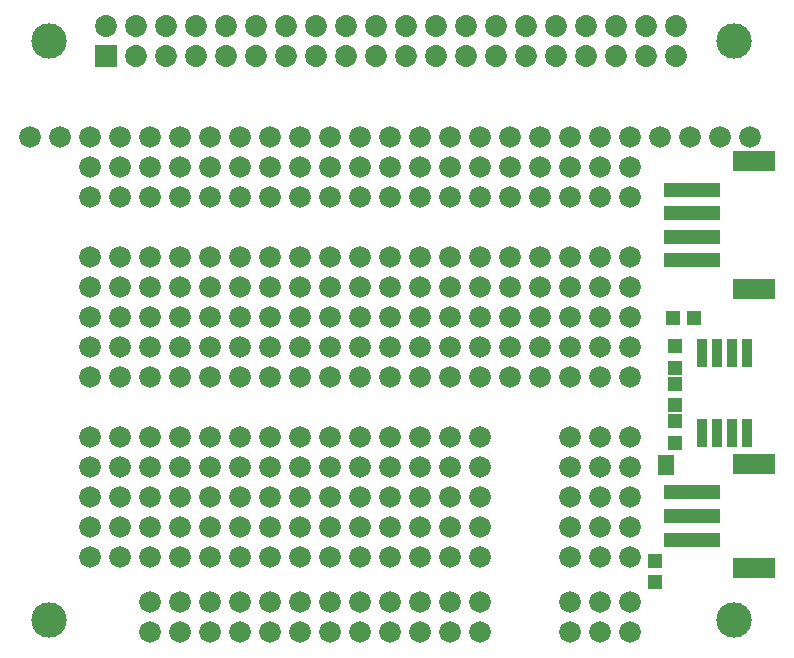
<source format=gts>
G75*
%MOIN*%
%OFA0B0*%
%FSLAX24Y24*%
%IPPOS*%
%LPD*%
%AMOC8*
5,1,8,0,0,1.08239X$1,22.5*
%
%ADD10C,0.1182*%
%ADD11C,0.0730*%
%ADD12R,0.0730X0.0730*%
%ADD13R,0.0320X0.0950*%
%ADD14R,0.0474X0.0513*%
%ADD15R,0.0513X0.0474*%
%ADD16C,0.0720*%
%ADD17R,0.1891X0.0474*%
%ADD18R,0.1419X0.0710*%
%ADD19R,0.0580X0.0330*%
D10*
X001528Y001528D03*
X001528Y020819D03*
X024363Y020819D03*
X024363Y001528D03*
D11*
X022445Y020319D03*
X021445Y020319D03*
X020445Y020319D03*
X019445Y020319D03*
X018445Y020319D03*
X017445Y020319D03*
X016445Y020319D03*
X015445Y020319D03*
X014445Y020319D03*
X013445Y020319D03*
X012445Y020319D03*
X011445Y020319D03*
X010445Y020319D03*
X009445Y020319D03*
X008445Y020319D03*
X007445Y020319D03*
X006445Y020319D03*
X005445Y020319D03*
X004445Y020319D03*
X004445Y021319D03*
X003445Y021319D03*
X005445Y021319D03*
X006445Y021319D03*
X007445Y021319D03*
X008445Y021319D03*
X009445Y021319D03*
X010445Y021319D03*
X011445Y021319D03*
X012445Y021319D03*
X013445Y021319D03*
X014445Y021319D03*
X015445Y021319D03*
X016445Y021319D03*
X017445Y021319D03*
X018445Y021319D03*
X019445Y021319D03*
X020445Y021319D03*
X021445Y021319D03*
X022445Y021319D03*
D12*
X003445Y020319D03*
D13*
X023319Y010425D03*
X023819Y010425D03*
X024319Y010425D03*
X024819Y010425D03*
X024819Y007775D03*
X024319Y007775D03*
X023819Y007775D03*
X023319Y007775D03*
D14*
X022400Y007446D03*
X022400Y008154D03*
X022400Y008696D03*
X022400Y009404D03*
X022400Y009946D03*
X022400Y010654D03*
X021750Y003504D03*
X021750Y002796D03*
D15*
X022346Y011600D03*
X023054Y011600D03*
D16*
X020900Y011650D03*
X020900Y012650D03*
X019900Y012650D03*
X019900Y011650D03*
X018900Y011650D03*
X017900Y011650D03*
X017900Y012650D03*
X018900Y012650D03*
X018900Y013650D03*
X017900Y013650D03*
X016900Y013650D03*
X015900Y013650D03*
X014900Y013650D03*
X013900Y013650D03*
X012900Y013650D03*
X011900Y013650D03*
X010900Y013650D03*
X009900Y013650D03*
X008900Y013650D03*
X007900Y013650D03*
X006900Y013650D03*
X005900Y013650D03*
X004900Y013650D03*
X003900Y013650D03*
X002900Y013650D03*
X002900Y012650D03*
X002900Y011650D03*
X003900Y011650D03*
X004900Y011650D03*
X004900Y012650D03*
X003900Y012650D03*
X005900Y012650D03*
X005900Y011650D03*
X006900Y011650D03*
X006900Y012650D03*
X007900Y012650D03*
X007900Y011650D03*
X008900Y011650D03*
X008900Y012650D03*
X009900Y012650D03*
X009900Y011650D03*
X010900Y011650D03*
X011900Y011650D03*
X011900Y012650D03*
X010900Y012650D03*
X012900Y012650D03*
X012900Y011650D03*
X013900Y011650D03*
X013900Y012650D03*
X014900Y012650D03*
X014900Y011650D03*
X015900Y011650D03*
X015900Y012650D03*
X016900Y012650D03*
X016900Y011650D03*
X016900Y010650D03*
X016900Y009650D03*
X015900Y009650D03*
X015900Y010650D03*
X014900Y010650D03*
X014900Y009650D03*
X013900Y009650D03*
X013900Y010650D03*
X012900Y010650D03*
X012900Y009650D03*
X011900Y009650D03*
X010900Y009650D03*
X010900Y010650D03*
X011900Y010650D03*
X009900Y010650D03*
X009900Y009650D03*
X008900Y009650D03*
X008900Y010650D03*
X007900Y010650D03*
X007900Y009650D03*
X006900Y009650D03*
X006900Y010650D03*
X005900Y010650D03*
X005900Y009650D03*
X004900Y009650D03*
X003900Y009650D03*
X003900Y010650D03*
X004900Y010650D03*
X002900Y010650D03*
X002900Y009650D03*
X002900Y007650D03*
X003900Y007650D03*
X004900Y007650D03*
X005900Y007650D03*
X006900Y007650D03*
X007900Y007650D03*
X008900Y007650D03*
X009900Y007650D03*
X010900Y007650D03*
X011900Y007650D03*
X012900Y007650D03*
X013900Y007650D03*
X014900Y007650D03*
X015900Y007650D03*
X015900Y006650D03*
X015900Y005650D03*
X014900Y005650D03*
X014900Y006650D03*
X013900Y006650D03*
X013900Y005650D03*
X012900Y005650D03*
X012900Y006650D03*
X011900Y006650D03*
X010900Y006650D03*
X010900Y005650D03*
X011900Y005650D03*
X011900Y004650D03*
X010900Y004650D03*
X010900Y003650D03*
X011900Y003650D03*
X012900Y003650D03*
X012900Y004650D03*
X013900Y004650D03*
X013900Y003650D03*
X014900Y003650D03*
X014900Y004650D03*
X015900Y004650D03*
X015900Y003650D03*
X015900Y002150D03*
X015900Y001150D03*
X014900Y001150D03*
X014900Y002150D03*
X013900Y002150D03*
X013900Y001150D03*
X012900Y001150D03*
X012900Y002150D03*
X011900Y002150D03*
X010900Y002150D03*
X010900Y001150D03*
X011900Y001150D03*
X009900Y001150D03*
X009900Y002150D03*
X008900Y002150D03*
X008900Y001150D03*
X007900Y001150D03*
X007900Y002150D03*
X006900Y002150D03*
X006900Y001150D03*
X005900Y001150D03*
X005900Y002150D03*
X004900Y002150D03*
X004900Y001150D03*
X004900Y003650D03*
X003900Y003650D03*
X003900Y004650D03*
X004900Y004650D03*
X005900Y004650D03*
X005900Y003650D03*
X006900Y003650D03*
X006900Y004650D03*
X007900Y004650D03*
X007900Y003650D03*
X008900Y003650D03*
X008900Y004650D03*
X009900Y004650D03*
X009900Y003650D03*
X009900Y005650D03*
X009900Y006650D03*
X008900Y006650D03*
X008900Y005650D03*
X007900Y005650D03*
X007900Y006650D03*
X006900Y006650D03*
X006900Y005650D03*
X005900Y005650D03*
X005900Y006650D03*
X004900Y006650D03*
X003900Y006650D03*
X003900Y005650D03*
X004900Y005650D03*
X002900Y005650D03*
X002900Y006650D03*
X002900Y004650D03*
X002900Y003650D03*
X002900Y015650D03*
X002900Y016650D03*
X002900Y017650D03*
X001900Y017650D03*
X000900Y017650D03*
X003900Y017650D03*
X004900Y017650D03*
X004900Y016650D03*
X003900Y016650D03*
X003900Y015650D03*
X004900Y015650D03*
X005900Y015650D03*
X005900Y016650D03*
X005900Y017650D03*
X006900Y017650D03*
X006900Y016650D03*
X006900Y015650D03*
X007900Y015650D03*
X007900Y016650D03*
X007900Y017650D03*
X008900Y017650D03*
X008900Y016650D03*
X008900Y015650D03*
X009900Y015650D03*
X009900Y016650D03*
X009900Y017650D03*
X010900Y017650D03*
X011900Y017650D03*
X011900Y016650D03*
X010900Y016650D03*
X010900Y015650D03*
X011900Y015650D03*
X012900Y015650D03*
X012900Y016650D03*
X012900Y017650D03*
X013900Y017650D03*
X013900Y016650D03*
X013900Y015650D03*
X014900Y015650D03*
X014900Y016650D03*
X014900Y017650D03*
X015900Y017650D03*
X015900Y016650D03*
X015900Y015650D03*
X016900Y015650D03*
X016900Y016650D03*
X016900Y017650D03*
X017900Y017650D03*
X018900Y017650D03*
X018900Y016650D03*
X017900Y016650D03*
X017900Y015650D03*
X018900Y015650D03*
X019900Y015650D03*
X019900Y016650D03*
X019900Y017650D03*
X020900Y017650D03*
X020900Y016650D03*
X020900Y015650D03*
X021900Y017650D03*
X022900Y017650D03*
X023900Y017650D03*
X024900Y017650D03*
X020900Y013650D03*
X019900Y013650D03*
X019900Y010650D03*
X019900Y009650D03*
X018900Y009650D03*
X017900Y009650D03*
X017900Y010650D03*
X018900Y010650D03*
X020900Y010650D03*
X020900Y009650D03*
X020900Y007650D03*
X019900Y007650D03*
X018900Y007650D03*
X018900Y006650D03*
X018900Y005650D03*
X019900Y005650D03*
X019900Y006650D03*
X020900Y006650D03*
X020900Y005650D03*
X020900Y004650D03*
X020900Y003650D03*
X019900Y003650D03*
X019900Y004650D03*
X018900Y004650D03*
X018900Y003650D03*
X018900Y002150D03*
X018900Y001150D03*
X019900Y001150D03*
X019900Y002150D03*
X020900Y002150D03*
X020900Y001150D03*
D17*
X022987Y004213D03*
X022987Y005000D03*
X022987Y005787D03*
X022987Y013519D03*
X022987Y014306D03*
X022987Y015094D03*
X022987Y015881D03*
D18*
X025034Y016826D03*
X025034Y012574D03*
X025034Y006732D03*
X025034Y003268D03*
D19*
X022100Y006523D03*
X022100Y006877D03*
M02*

</source>
